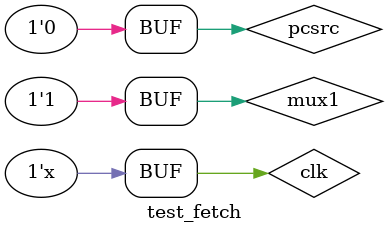
<source format=v>
`timescale 1ns / 1ps


module test_fetch;

	// Inputs
	reg pcsrc;
	reg mux1;
	reg clk;

	// Outputs
	wire adderOutput;
	wire instruction;

	// Instantiate the Unit Under Test (UUT)
	fetch uut (
		.pcsrc(pcsrc), 
		.mux1(mux1), 
		.clk(clk), 
		.adderOutput(adderOutput), 
		.instruction(instruction)
	);

	initial begin
		// Initialize Inputs
		pcsrc = 0;
		mux1 = 0;
		clk = 0;

		// Wait 100 ns for global reset to finish
		#100;
			mux1=5;
		#100;
        pcsrc=1;
		  
		  #100;
		  pcsrc=0;
		// Add stimulus here

	end
	always begin 
		#50;
		clk=~clk;
		end
	
      
endmodule


</source>
